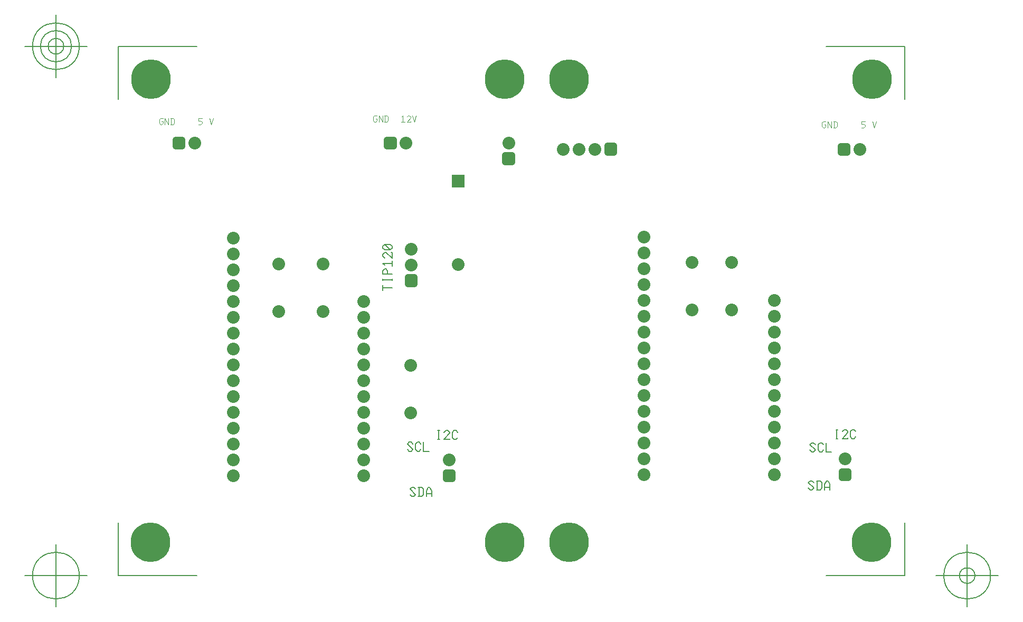
<source format=gbr>
G04 Generated by Ultiboard 13.0 *
%FSLAX25Y25*%
%MOIN*%

%ADD10C,0.00001*%
%ADD11C,0.00367*%
%ADD12C,0.00533*%
%ADD13C,0.00500*%
%ADD14C,0.25000*%
%ADD15C,0.08000*%
%ADD16R,0.04083X0.04083*%
%ADD17C,0.03917*%
%ADD18R,0.08000X0.08000*%


G04 ColorRGB 00FF00 for the following layer *
%LNCopper Top*%
%LPD*%
G54D10*
G54D11*
X443422Y326594D02*
X444206Y326594D01*
X444206Y325413D01*
X443422Y324625D01*
X442638Y324625D01*
X441854Y325413D01*
X441854Y327775D01*
X442638Y328562D01*
X444206Y328562D01*
X445382Y324625D02*
X445382Y328562D01*
X447733Y324625D01*
X447733Y328562D01*
X448909Y324625D02*
X450477Y324625D01*
X451261Y325413D01*
X451261Y327775D01*
X450477Y328562D01*
X448909Y328562D01*
X449301Y328562D02*
X449301Y324625D01*
X468899Y328562D02*
X466547Y328562D01*
X466547Y326987D01*
X468115Y326987D01*
X468899Y326200D01*
X468899Y325413D01*
X468115Y324625D01*
X466547Y324625D01*
X473602Y328562D02*
X474778Y324625D01*
X475954Y328562D01*
X24822Y328594D02*
X25606Y328594D01*
X25606Y327413D01*
X24822Y326625D01*
X24038Y326625D01*
X23254Y327413D01*
X23254Y329775D01*
X24038Y330562D01*
X25606Y330562D01*
X26782Y326625D02*
X26782Y330562D01*
X29133Y326625D01*
X29133Y330562D01*
X30309Y326625D02*
X31877Y326625D01*
X32661Y327413D01*
X32661Y329775D01*
X31877Y330562D01*
X30309Y330562D01*
X30701Y330562D02*
X30701Y326625D01*
X50299Y330562D02*
X47947Y330562D01*
X47947Y328987D01*
X49515Y328987D01*
X50299Y328200D01*
X50299Y327413D01*
X49515Y326625D01*
X47947Y326625D01*
X55002Y330562D02*
X56178Y326625D01*
X57354Y330562D01*
X159950Y330194D02*
X160733Y330194D01*
X160733Y329013D01*
X159950Y328225D01*
X159166Y328225D01*
X158382Y329013D01*
X158382Y331375D01*
X159166Y332162D01*
X160733Y332162D01*
X161909Y328225D02*
X161909Y332162D01*
X164261Y328225D01*
X164261Y332162D01*
X165437Y328225D02*
X167005Y328225D01*
X167789Y329013D01*
X167789Y331375D01*
X167005Y332162D01*
X165437Y332162D01*
X165829Y332162D02*
X165829Y328225D01*
X176411Y331375D02*
X177195Y332162D01*
X177195Y328225D01*
X176020Y328225D02*
X178371Y328225D01*
X179547Y331375D02*
X180331Y332162D01*
X181115Y332162D01*
X181899Y331375D01*
X181899Y330981D01*
X179547Y328225D01*
X181899Y328225D01*
X181899Y328619D01*
X183075Y332162D02*
X184250Y328225D01*
X185426Y332162D01*
G54D12*
X450627Y128214D02*
X451764Y128214D01*
X450627Y133929D02*
X451764Y133929D01*
X451196Y128214D02*
X451196Y133929D01*
X454609Y132786D02*
X455747Y133929D01*
X456884Y133929D01*
X458022Y132786D01*
X458022Y132214D01*
X454609Y128214D01*
X458022Y128214D01*
X458022Y128786D01*
X463142Y129357D02*
X462004Y128214D01*
X460867Y128214D01*
X459729Y129357D01*
X459729Y132786D01*
X460867Y133929D01*
X462004Y133929D01*
X463142Y132786D01*
X170242Y223533D02*
X164527Y223533D01*
X164527Y221826D02*
X164527Y225240D01*
X170242Y228084D02*
X170242Y229222D01*
X164527Y228084D02*
X164527Y229222D01*
X170242Y228653D02*
X164527Y228653D01*
X170242Y232066D02*
X164527Y232066D01*
X164527Y234342D01*
X165670Y235480D01*
X166242Y235480D01*
X167384Y234342D01*
X167384Y232066D01*
X165670Y237755D02*
X164527Y238893D01*
X170242Y238893D01*
X170242Y237186D02*
X170242Y240600D01*
X165670Y242306D02*
X164527Y243444D01*
X164527Y244582D01*
X165670Y245720D01*
X166242Y245720D01*
X170242Y242306D01*
X170242Y245720D01*
X169670Y245720D01*
X165670Y247426D02*
X164527Y248564D01*
X164527Y249702D01*
X165670Y250840D01*
X169099Y250840D01*
X170242Y249702D01*
X170242Y248564D01*
X169099Y247426D01*
X165670Y247426D01*
X165670Y250840D02*
X169099Y247426D01*
X433180Y97101D02*
X434318Y95958D01*
X435456Y95958D01*
X436594Y97101D01*
X433180Y100530D01*
X434318Y101673D01*
X435456Y101673D01*
X436594Y100530D01*
X438300Y95958D02*
X440576Y95958D01*
X441714Y97101D01*
X441714Y100530D01*
X440576Y101673D01*
X438300Y101673D01*
X438869Y101673D02*
X438869Y95958D01*
X443420Y95958D02*
X443420Y99387D01*
X444558Y101673D01*
X445696Y101673D01*
X446834Y99387D01*
X446834Y95958D01*
X443420Y97673D02*
X446834Y97673D01*
X434180Y121101D02*
X435318Y119958D01*
X436456Y119958D01*
X437594Y121101D01*
X434180Y124530D01*
X435318Y125673D01*
X436456Y125673D01*
X437594Y124530D01*
X442714Y121101D02*
X441576Y119958D01*
X440438Y119958D01*
X439300Y121101D01*
X439300Y124530D01*
X440438Y125673D01*
X441576Y125673D01*
X442714Y124530D01*
X444420Y125673D02*
X444420Y119958D01*
X447834Y119958D01*
X181669Y92957D02*
X182807Y91814D01*
X183944Y91814D01*
X185082Y92957D01*
X181669Y96386D01*
X182807Y97529D01*
X183944Y97529D01*
X185082Y96386D01*
X186789Y91814D02*
X189064Y91814D01*
X190202Y92957D01*
X190202Y96386D01*
X189064Y97529D01*
X186789Y97529D01*
X187358Y97529D02*
X187358Y91814D01*
X191909Y91814D02*
X191909Y95243D01*
X193047Y97529D01*
X194184Y97529D01*
X195322Y95243D01*
X195322Y91814D01*
X191909Y93529D02*
X195322Y93529D01*
X179969Y121457D02*
X181107Y120314D01*
X182244Y120314D01*
X183382Y121457D01*
X179969Y124886D01*
X181107Y126029D01*
X182244Y126029D01*
X183382Y124886D01*
X188502Y121457D02*
X187364Y120314D01*
X186227Y120314D01*
X185089Y121457D01*
X185089Y124886D01*
X186227Y126029D01*
X187364Y126029D01*
X188502Y124886D01*
X190209Y126029D02*
X190209Y120314D01*
X193622Y120314D01*
X199207Y127714D02*
X200344Y127714D01*
X199207Y133429D02*
X200344Y133429D01*
X199776Y127714D02*
X199776Y133429D01*
X203189Y132286D02*
X204327Y133429D01*
X205464Y133429D01*
X206602Y132286D01*
X206602Y131714D01*
X203189Y127714D01*
X206602Y127714D01*
X206602Y128286D01*
X211722Y128857D02*
X210584Y127714D01*
X209447Y127714D01*
X208309Y128857D01*
X208309Y132286D01*
X209447Y133429D01*
X210584Y133429D01*
X211722Y132286D01*
G54D13*
X-2600Y41800D02*
X-2600Y75220D01*
X-2600Y41800D02*
X47070Y41800D01*
X494100Y41800D02*
X444430Y41800D01*
X494100Y41800D02*
X494100Y75220D01*
X494100Y376000D02*
X494100Y342580D01*
X494100Y376000D02*
X444430Y376000D01*
X-2600Y376000D02*
X47070Y376000D01*
X-2600Y376000D02*
X-2600Y342580D01*
X-22285Y41800D02*
X-61655Y41800D01*
X-41970Y22115D02*
X-41970Y61485D01*
X-56734Y41800D02*
G75*
D01*
G02X-56734Y41800I14764J0*
G01*
X513785Y41800D02*
X553155Y41800D01*
X533470Y22115D02*
X533470Y61485D01*
X518706Y41800D02*
G75*
D01*
G02X518706Y41800I14764J0*
G01*
X528549Y41800D02*
G75*
D01*
G02X528549Y41800I4921J0*
G01*
X-22285Y376000D02*
X-61655Y376000D01*
X-41970Y356315D02*
X-41970Y395685D01*
X-56734Y376000D02*
G75*
D01*
G02X-56734Y376000I14764J0*
G01*
X-51813Y376000D02*
G75*
D01*
G02X-51813Y376000I9843J0*
G01*
X-46891Y376000D02*
G75*
D01*
G02X-46891Y376000I4921J0*
G01*
G54D14*
X241400Y62700D03*
X282200Y62900D03*
X17800Y62800D03*
X473200Y62900D03*
X17900Y355200D03*
X241400Y355200D03*
X282200Y355200D03*
X473300Y355200D03*
G54D15*
X152450Y214900D03*
X69950Y104900D03*
X152450Y104900D03*
X69950Y114900D03*
X152450Y114900D03*
X69950Y124900D03*
X152450Y124900D03*
X69950Y134900D03*
X152450Y134900D03*
X69950Y144900D03*
X152450Y144900D03*
X69950Y154900D03*
X152450Y154900D03*
X69950Y164900D03*
X152450Y164900D03*
X69950Y174900D03*
X152450Y174900D03*
X69950Y184900D03*
X152450Y184900D03*
X69950Y194900D03*
X152450Y194900D03*
X69950Y204900D03*
X152450Y204900D03*
X69950Y214900D03*
X69950Y224900D03*
X69950Y234900D03*
X69950Y244900D03*
X69950Y254900D03*
X98700Y238500D03*
X98700Y208500D03*
X126800Y238600D03*
X126800Y208600D03*
X329250Y105600D03*
X411750Y105600D03*
X329250Y115600D03*
X411750Y115600D03*
X329250Y125600D03*
X411750Y125600D03*
X329250Y135600D03*
X411750Y135600D03*
X329250Y145600D03*
X411750Y145600D03*
X329250Y155600D03*
X411750Y155600D03*
X329250Y165600D03*
X411750Y165600D03*
X329250Y175600D03*
X411750Y175600D03*
X329250Y185600D03*
X411750Y185600D03*
X329250Y195600D03*
X411750Y195600D03*
X329250Y205600D03*
X411750Y205600D03*
X329250Y215600D03*
X411750Y215600D03*
X329250Y225600D03*
X329250Y235600D03*
X329250Y245600D03*
X329250Y255600D03*
X359600Y239400D03*
X359600Y209400D03*
X384600Y239600D03*
X384600Y209600D03*
X206500Y114900D03*
X456500Y115600D03*
X182200Y144400D03*
X182200Y174400D03*
X182400Y238000D03*
X182400Y248000D03*
X211900Y238244D03*
X288373Y311000D03*
X298373Y311000D03*
X278373Y311000D03*
X465700Y310900D03*
X45800Y314800D03*
X179200Y314800D03*
X243900Y315000D03*
G54D16*
X206500Y104900D03*
X456500Y105600D03*
X182400Y228000D03*
X308373Y311000D03*
X455700Y310900D03*
X35800Y314800D03*
X169200Y314800D03*
X243900Y305000D03*
G54D17*
X204459Y102859D02*
X208541Y102859D01*
X208541Y106941D01*
X204459Y106941D01*
X204459Y102859D01*D02*
X454459Y103559D02*
X458541Y103559D01*
X458541Y107641D01*
X454459Y107641D01*
X454459Y103559D01*D02*
X180359Y225959D02*
X184441Y225959D01*
X184441Y230041D01*
X180359Y230041D01*
X180359Y225959D01*D02*
X306332Y308959D02*
X310414Y308959D01*
X310414Y313041D01*
X306332Y313041D01*
X306332Y308959D01*D02*
X453659Y308859D02*
X457741Y308859D01*
X457741Y312941D01*
X453659Y312941D01*
X453659Y308859D01*D02*
X33759Y312759D02*
X37841Y312759D01*
X37841Y316841D01*
X33759Y316841D01*
X33759Y312759D01*D02*
X167159Y312759D02*
X171241Y312759D01*
X171241Y316841D01*
X167159Y316841D01*
X167159Y312759D01*D02*
X241859Y302959D02*
X245941Y302959D01*
X245941Y307041D01*
X241859Y307041D01*
X241859Y302959D01*D02*
G54D18*
X211900Y291000D03*

M02*

</source>
